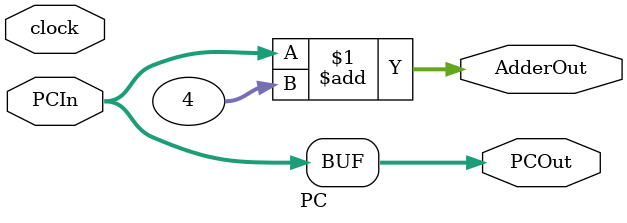
<source format=v>
`timescale 1ns / 1ps
module PC( PCIn, clock, PCOut, AdderOut);
	input [63:0] PCIn;
	input clock;
	output [63:0] 	AdderOut;
	output [63:0] PCOut;
	
	assign PCOut=PCIn;
	//always @(posedge clock) begin
	assign AdderOut=PCOut+4;
	//end
		
		
	
	

endmodule

</source>
